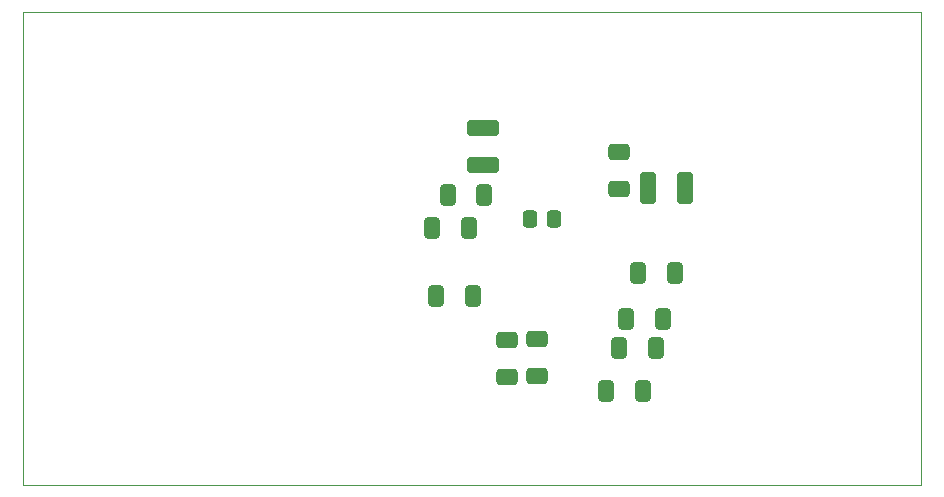
<source format=gbr>
%TF.GenerationSoftware,KiCad,Pcbnew,7.0.2*%
%TF.CreationDate,2023-06-20T23:12:55+02:00*%
%TF.ProjectId,qca7000,71636137-3030-4302-9e6b-696361645f70,rev?*%
%TF.SameCoordinates,Original*%
%TF.FileFunction,Paste,Bot*%
%TF.FilePolarity,Positive*%
%FSLAX46Y46*%
G04 Gerber Fmt 4.6, Leading zero omitted, Abs format (unit mm)*
G04 Created by KiCad (PCBNEW 7.0.2) date 2023-06-20 23:12:55*
%MOMM*%
%LPD*%
G01*
G04 APERTURE LIST*
G04 Aperture macros list*
%AMRoundRect*
0 Rectangle with rounded corners*
0 $1 Rounding radius*
0 $2 $3 $4 $5 $6 $7 $8 $9 X,Y pos of 4 corners*
0 Add a 4 corners polygon primitive as box body*
4,1,4,$2,$3,$4,$5,$6,$7,$8,$9,$2,$3,0*
0 Add four circle primitives for the rounded corners*
1,1,$1+$1,$2,$3*
1,1,$1+$1,$4,$5*
1,1,$1+$1,$6,$7*
1,1,$1+$1,$8,$9*
0 Add four rect primitives between the rounded corners*
20,1,$1+$1,$2,$3,$4,$5,0*
20,1,$1+$1,$4,$5,$6,$7,0*
20,1,$1+$1,$6,$7,$8,$9,0*
20,1,$1+$1,$8,$9,$2,$3,0*%
G04 Aperture macros list end*
%ADD10RoundRect,0.250000X0.412500X0.650000X-0.412500X0.650000X-0.412500X-0.650000X0.412500X-0.650000X0*%
%ADD11RoundRect,0.250000X-0.650000X0.412500X-0.650000X-0.412500X0.650000X-0.412500X0.650000X0.412500X0*%
%ADD12RoundRect,0.250000X-0.412500X-1.100000X0.412500X-1.100000X0.412500X1.100000X-0.412500X1.100000X0*%
%ADD13RoundRect,0.250000X0.650000X-0.412500X0.650000X0.412500X-0.650000X0.412500X-0.650000X-0.412500X0*%
%ADD14RoundRect,0.250000X0.337500X0.475000X-0.337500X0.475000X-0.337500X-0.475000X0.337500X-0.475000X0*%
%ADD15RoundRect,0.250000X-1.100000X0.412500X-1.100000X-0.412500X1.100000X-0.412500X1.100000X0.412500X0*%
%TA.AperFunction,Profile*%
%ADD16C,0.100000*%
%TD*%
G04 APERTURE END LIST*
D10*
%TO.C,C31*%
X146212500Y-62600000D03*
X143087500Y-62600000D03*
%TD*%
%TO.C,C26*%
X144612500Y-68900000D03*
X141487500Y-68900000D03*
%TD*%
D11*
%TO.C,C11*%
X132000000Y-68237500D03*
X132000000Y-71362500D03*
%TD*%
D10*
%TO.C,C28*%
X143512500Y-72550000D03*
X140387500Y-72550000D03*
%TD*%
%TO.C,C40*%
X128762500Y-58750000D03*
X125637500Y-58750000D03*
%TD*%
D12*
%TO.C,C54*%
X143887500Y-55350000D03*
X147012500Y-55350000D03*
%TD*%
D10*
%TO.C,C50*%
X130062500Y-55950000D03*
X126937500Y-55950000D03*
%TD*%
D13*
%TO.C,C25*%
X134500000Y-71312500D03*
X134500000Y-68187500D03*
%TD*%
D10*
%TO.C,C33*%
X129112500Y-64500000D03*
X125987500Y-64500000D03*
%TD*%
%TO.C,C16*%
X145212500Y-66500000D03*
X142087500Y-66500000D03*
%TD*%
D14*
%TO.C,C18*%
X135977500Y-57990000D03*
X133902500Y-57990000D03*
%TD*%
D13*
%TO.C,C27*%
X141450000Y-55462500D03*
X141450000Y-52337500D03*
%TD*%
D15*
%TO.C,C37*%
X129930000Y-50307500D03*
X129930000Y-53432500D03*
%TD*%
D16*
X91000000Y-40500000D02*
X167000000Y-40500000D01*
X167000000Y-80500000D01*
X91000000Y-80500000D01*
X91000000Y-40500000D01*
M02*

</source>
